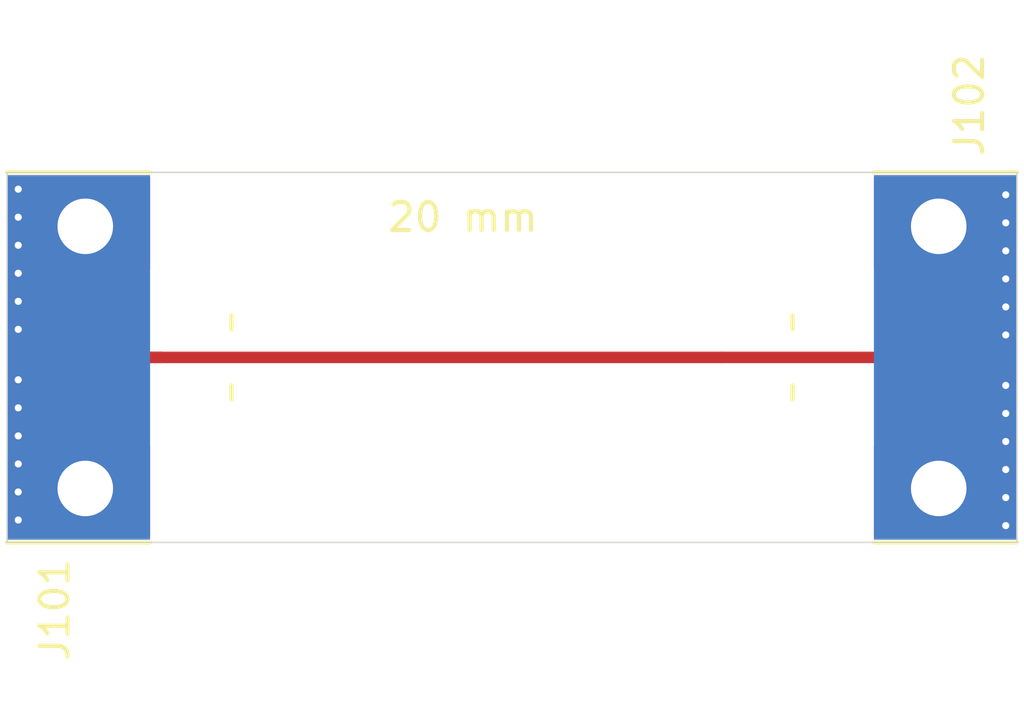
<source format=kicad_pcb>
(kicad_pcb (version 20171130) (host pcbnew "(5.1.4-74-gcf968cb6b)")

  (general
    (thickness 1.6)
    (drawings 5)
    (tracks 5)
    (zones 0)
    (modules 2)
    (nets 3)
  )

  (page A4)
  (layers
    (0 F.Cu signal)
    (1 In1.Cu signal)
    (2 In2.Cu signal)
    (31 B.Cu signal)
    (32 B.Adhes user)
    (33 F.Adhes user)
    (34 B.Paste user)
    (35 F.Paste user)
    (36 B.SilkS user)
    (37 F.SilkS user)
    (38 B.Mask user)
    (39 F.Mask user)
    (40 Dwgs.User user)
    (41 Cmts.User user)
    (42 Eco1.User user)
    (43 Eco2.User user)
    (44 Edge.Cuts user)
    (45 Margin user)
    (46 B.CrtYd user)
    (47 F.CrtYd user)
    (48 B.Fab user)
    (49 F.Fab user)
  )

  (setup
    (last_trace_width 0.41)
    (user_trace_width 0.41)
    (trace_clearance 0.2)
    (zone_clearance 0.2)
    (zone_45_only no)
    (trace_min 0.2)
    (via_size 0.8)
    (via_drill 0.4)
    (via_min_size 0.4)
    (via_min_drill 0.3)
    (uvia_size 0.3)
    (uvia_drill 0.1)
    (uvias_allowed no)
    (uvia_min_size 0.2)
    (uvia_min_drill 0.1)
    (edge_width 0.05)
    (segment_width 0.2)
    (pcb_text_width 0.3)
    (pcb_text_size 1.5 1.5)
    (mod_edge_width 0.12)
    (mod_text_size 1 1)
    (mod_text_width 0.15)
    (pad_size 1.524 1.524)
    (pad_drill 0.762)
    (pad_to_mask_clearance 0.02)
    (solder_mask_min_width 0.15)
    (aux_axis_origin 0 0)
    (visible_elements FFFFFF7F)
    (pcbplotparams
      (layerselection 0x010fc_ffffffff)
      (usegerberextensions false)
      (usegerberattributes false)
      (usegerberadvancedattributes false)
      (creategerberjobfile false)
      (excludeedgelayer true)
      (linewidth 0.100000)
      (plotframeref false)
      (viasonmask false)
      (mode 1)
      (useauxorigin false)
      (hpglpennumber 1)
      (hpglpenspeed 20)
      (hpglpendiameter 15.000000)
      (psnegative false)
      (psa4output false)
      (plotreference true)
      (plotvalue true)
      (plotinvisibletext false)
      (padsonsilk false)
      (subtractmaskfromsilk false)
      (outputformat 1)
      (mirror false)
      (drillshape 1)
      (scaleselection 1)
      (outputdirectory ""))
  )

  (net 0 "")
  (net 1 GND)
  (net 2 "Net-(J101-Pad1)")

  (net_class Default "This is the default net class."
    (clearance 0.2)
    (trace_width 0.25)
    (via_dia 0.8)
    (via_drill 0.4)
    (uvia_dia 0.3)
    (uvia_drill 0.1)
    (add_net GND)
    (add_net "Net-(J101-Pad1)")
  )

  (module vna_mm:sw_edge_oshpark_4layer (layer F.Cu) (tedit 5D8802F6) (tstamp 5D8815F2)
    (at 154.5 83 90)
    (path /5D880968)
    (fp_text reference J101 (at -9 1.7 90) (layer F.SilkS)
      (effects (font (size 1 1) (thickness 0.15)))
    )
    (fp_text value Conn_Coaxial (at -11.9 7.3) (layer F.Fab)
      (effects (font (size 1 1) (thickness 0.15)))
    )
    (fp_line (start 1 8) (end 1.5 8) (layer F.SilkS) (width 0.15))
    (fp_line (start -1 8) (end -1.5 8) (layer F.SilkS) (width 0.15))
    (fp_poly (pts (xy -6.6 0) (xy -0.5 0) (xy -0.5 5.1) (xy -6.6 5.1)) (layer F.Mask) (width 0.1))
    (fp_poly (pts (xy 0.5 0) (xy 6.6 0) (xy 6.6 5.1) (xy 0.5 5.1)) (layer F.Mask) (width 0.1))
    (fp_poly (pts (xy -0.6 1.9) (xy 0.6 1.9) (xy 0.6 5.1) (xy -0.6 5.1)) (layer F.Mask) (width 0.1))
    (fp_poly (pts (xy -0.5 0) (xy 0.5 0) (xy 0.5 1.3) (xy -0.5 1.3)) (layer F.Mask) (width 0.1))
    (fp_line (start 6.6 0) (end 6.6 5.1) (layer F.SilkS) (width 0.15))
    (fp_line (start -6.6 0) (end -6.6 5) (layer F.SilkS) (width 0.15))
    (fp_line (start -6.6 5) (end -6.6 5.1) (layer F.SilkS) (width 0.15))
    (pad 2 smd rect (at 0 2.55 270) (size 13 5.1) (layers B.Cu B.Mask)
      (net 1 GND))
    (pad 2 smd rect (at 4.775 2.85 270) (size 3.25 4.5) (layers F.Cu F.Mask)
      (net 1 GND))
    (pad 2 smd rect (at -4.775 2.85 270) (size 3.25 4.5) (layers F.Cu F.Mask)
      (net 1 GND))
    (pad 2 thru_hole circle (at -4.675 2.79 90) (size 3 3) (drill 1.98) (layers *.Cu *.Mask)
      (net 1 GND))
    (pad 2 thru_hole circle (at 4.675 2.79 90) (size 3 3) (drill 1.98) (layers *.Cu *.Mask)
      (net 1 GND))
    (pad 1 smd rect (at 0 3.04 90) (size 0.41 4.08) (layers F.Cu)
      (net 2 "Net-(J101-Pad1)"))
    (pad 1 smd trapezoid (at 0 0.55 90) (size 0.3 0.95) (rect_delta 0 0.11 ) (layers F.Cu F.Mask)
      (net 2 "Net-(J101-Pad1)"))
    (pad 2 smd rect (at 3.4 0.3 270) (size 6 0.6) (layers F.Cu F.Mask)
      (net 1 GND))
    (pad 2 smd trapezoid (at 3.4 0.7 90) (size 5.8 0.2) (rect_delta 0 -0.2 ) (layers F.Cu F.Mask)
      (net 1 GND))
    (pad 2 thru_hole circle (at 1 0.4 90) (size 0.5 0.5) (drill 0.254) (layers *.Cu *.Mask)
      (net 1 GND))
    (pad 2 thru_hole circle (at 2 0.4 90) (size 0.5 0.5) (drill 0.254) (layers *.Cu *.Mask)
      (net 1 GND))
    (pad 2 thru_hole circle (at 3 0.4 90) (size 0.5 0.5) (drill 0.254) (layers *.Cu *.Mask)
      (net 1 GND))
    (pad 2 thru_hole circle (at 4 0.4 90) (size 0.5 0.5) (drill 0.254) (layers *.Cu *.Mask)
      (net 1 GND))
    (pad 2 thru_hole circle (at 5 0.4 90) (size 0.5 0.5) (drill 0.254) (layers *.Cu *.Mask)
      (net 1 GND))
    (pad 2 thru_hole circle (at 6 0.4 90) (size 0.5 0.5) (drill 0.254) (layers *.Cu *.Mask)
      (net 1 GND))
    (pad 2 smd trapezoid (at -3.4 0.7 90) (size 5.8 0.2) (rect_delta 0 -0.2 ) (layers F.Cu F.Mask)
      (net 1 GND))
    (pad 2 smd rect (at -3.4 0.3 270) (size 6 0.6) (layers F.Cu F.Mask)
      (net 1 GND))
    (pad 2 thru_hole circle (at -2.8 0.4 90) (size 0.5 0.5) (drill 0.254) (layers *.Cu *.Mask)
      (net 1 GND))
    (pad 2 thru_hole circle (at -0.8 0.4 90) (size 0.5 0.5) (drill 0.254) (layers *.Cu *.Mask)
      (net 1 GND))
    (pad 2 thru_hole circle (at -1.8 0.4 90) (size 0.5 0.5) (drill 0.254) (layers *.Cu *.Mask)
      (net 1 GND))
    (pad 2 thru_hole circle (at -5.8 0.4 90) (size 0.5 0.5) (drill 0.254) (layers *.Cu *.Mask)
      (net 1 GND))
    (pad 2 thru_hole circle (at -3.8 0.4 90) (size 0.5 0.5) (drill 0.254) (layers *.Cu *.Mask)
      (net 1 GND))
    (pad 2 thru_hole circle (at -4.8 0.4 90) (size 0.5 0.5) (drill 0.254) (layers *.Cu *.Mask)
      (net 1 GND))
  )

  (module vna_mm:sw_edge_oshpark_4layer (layer F.Cu) (tedit 5D8802F6) (tstamp 5D8808DF)
    (at 190.5 83 270)
    (path /5D88288F)
    (fp_text reference J102 (at -9 1.7 90) (layer F.SilkS)
      (effects (font (size 1 1) (thickness 0.15)))
    )
    (fp_text value Conn_Coaxial (at -11.9 7.3) (layer F.Fab)
      (effects (font (size 1 1) (thickness 0.15)))
    )
    (fp_line (start 1 8) (end 1.5 8) (layer F.SilkS) (width 0.15))
    (fp_line (start -1 8) (end -1.5 8) (layer F.SilkS) (width 0.15))
    (fp_poly (pts (xy -6.6 0) (xy -0.5 0) (xy -0.5 5.1) (xy -6.6 5.1)) (layer F.Mask) (width 0.1))
    (fp_poly (pts (xy 0.5 0) (xy 6.6 0) (xy 6.6 5.1) (xy 0.5 5.1)) (layer F.Mask) (width 0.1))
    (fp_poly (pts (xy -0.6 1.9) (xy 0.6 1.9) (xy 0.6 5.1) (xy -0.6 5.1)) (layer F.Mask) (width 0.1))
    (fp_poly (pts (xy -0.5 0) (xy 0.5 0) (xy 0.5 1.3) (xy -0.5 1.3)) (layer F.Mask) (width 0.1))
    (fp_line (start 6.6 0) (end 6.6 5.1) (layer F.SilkS) (width 0.15))
    (fp_line (start -6.6 0) (end -6.6 5) (layer F.SilkS) (width 0.15))
    (fp_line (start -6.6 5) (end -6.6 5.1) (layer F.SilkS) (width 0.15))
    (pad 2 smd rect (at 0 2.55 90) (size 13 5.1) (layers B.Cu B.Mask)
      (net 1 GND))
    (pad 2 smd rect (at 4.775 2.85 90) (size 3.25 4.5) (layers F.Cu F.Mask)
      (net 1 GND))
    (pad 2 smd rect (at -4.775 2.85 90) (size 3.25 4.5) (layers F.Cu F.Mask)
      (net 1 GND))
    (pad 2 thru_hole circle (at -4.675 2.79 270) (size 3 3) (drill 1.98) (layers *.Cu *.Mask)
      (net 1 GND))
    (pad 2 thru_hole circle (at 4.675 2.79 270) (size 3 3) (drill 1.98) (layers *.Cu *.Mask)
      (net 1 GND))
    (pad 1 smd rect (at 0 3.04 270) (size 0.41 4.08) (layers F.Cu)
      (net 2 "Net-(J101-Pad1)"))
    (pad 1 smd trapezoid (at 0 0.55 270) (size 0.3 0.95) (rect_delta 0 0.11 ) (layers F.Cu F.Mask)
      (net 2 "Net-(J101-Pad1)"))
    (pad 2 smd rect (at 3.4 0.3 90) (size 6 0.6) (layers F.Cu F.Mask)
      (net 1 GND))
    (pad 2 smd trapezoid (at 3.4 0.7 270) (size 5.8 0.2) (rect_delta 0 -0.2 ) (layers F.Cu F.Mask)
      (net 1 GND))
    (pad 2 thru_hole circle (at 1 0.4 270) (size 0.5 0.5) (drill 0.254) (layers *.Cu *.Mask)
      (net 1 GND))
    (pad 2 thru_hole circle (at 2 0.4 270) (size 0.5 0.5) (drill 0.254) (layers *.Cu *.Mask)
      (net 1 GND))
    (pad 2 thru_hole circle (at 3 0.4 270) (size 0.5 0.5) (drill 0.254) (layers *.Cu *.Mask)
      (net 1 GND))
    (pad 2 thru_hole circle (at 4 0.4 270) (size 0.5 0.5) (drill 0.254) (layers *.Cu *.Mask)
      (net 1 GND))
    (pad 2 thru_hole circle (at 5 0.4 270) (size 0.5 0.5) (drill 0.254) (layers *.Cu *.Mask)
      (net 1 GND))
    (pad 2 thru_hole circle (at 6 0.4 270) (size 0.5 0.5) (drill 0.254) (layers *.Cu *.Mask)
      (net 1 GND))
    (pad 2 smd trapezoid (at -3.4 0.7 270) (size 5.8 0.2) (rect_delta 0 -0.2 ) (layers F.Cu F.Mask)
      (net 1 GND))
    (pad 2 smd rect (at -3.4 0.3 90) (size 6 0.6) (layers F.Cu F.Mask)
      (net 1 GND))
    (pad 2 thru_hole circle (at -2.8 0.4 270) (size 0.5 0.5) (drill 0.254) (layers *.Cu *.Mask)
      (net 1 GND))
    (pad 2 thru_hole circle (at -0.8 0.4 270) (size 0.5 0.5) (drill 0.254) (layers *.Cu *.Mask)
      (net 1 GND))
    (pad 2 thru_hole circle (at -1.8 0.4 270) (size 0.5 0.5) (drill 0.254) (layers *.Cu *.Mask)
      (net 1 GND))
    (pad 2 thru_hole circle (at -5.8 0.4 270) (size 0.5 0.5) (drill 0.254) (layers *.Cu *.Mask)
      (net 1 GND))
    (pad 2 thru_hole circle (at -3.8 0.4 270) (size 0.5 0.5) (drill 0.254) (layers *.Cu *.Mask)
      (net 1 GND))
    (pad 2 thru_hole circle (at -4.8 0.4 270) (size 0.5 0.5) (drill 0.254) (layers *.Cu *.Mask)
      (net 1 GND))
  )

  (gr_text "20 mm" (at 170.75 78) (layer F.SilkS)
    (effects (font (size 1 1) (thickness 0.15)))
  )
  (gr_line (start 154.5 76.4) (end 190.5 76.4) (layer Edge.Cuts) (width 0.05) (tstamp 5D8820E0))
  (gr_line (start 190.5 89.6) (end 154.5 89.6) (layer Edge.Cuts) (width 0.05) (tstamp 5D8820DF))
  (gr_line (start 190.5 76.4) (end 190.5 89.6) (layer Edge.Cuts) (width 0.05) (tstamp 5D88180E))
  (gr_line (start 154.5 76.4) (end 154.5 89.6) (layer Edge.Cuts) (width 0.05))

  (segment (start 157.54 83) (end 160 83) (width 0.41) (layer F.Cu) (net 2) (status 10))
  (segment (start 160 83) (end 160.205 83) (width 0.41) (layer F.Cu) (net 2))
  (segment (start 179.99 83) (end 187.46 83) (width 0.41) (layer F.Cu) (net 2))
  (segment (start 157.54 83) (end 159.99 83) (width 0.41) (layer F.Cu) (net 2))
  (segment (start 179.99 83) (end 160.25 83) (width 0.41) (layer F.Cu) (net 2))

  (zone (net 1) (net_name GND) (layer In1.Cu) (tstamp 0) (hatch edge 0.508)
    (connect_pads yes (clearance 0.2))
    (min_thickness 0.2)
    (fill yes (arc_segments 32) (thermal_gap 0.508) (thermal_bridge_width 0.508))
    (polygon
      (pts
        (xy 154.5 76.4) (xy 154.5 89.6) (xy 190.6 89.6) (xy 190.6 76.4)
      )
    )
    (filled_polygon
      (pts
        (xy 174.198287 76.524974) (xy 174.228465 76.581434) (xy 174.269079 76.630921) (xy 174.318566 76.671535) (xy 174.375026 76.701713)
        (xy 174.436289 76.720297) (xy 174.484039 76.725) (xy 190.175 76.725) (xy 190.175001 89.275) (xy 174.484039 89.275)
        (xy 174.436289 89.279703) (xy 174.375026 89.298287) (xy 174.318566 89.328465) (xy 174.269079 89.369079) (xy 174.228465 89.418566)
        (xy 174.198287 89.475026) (xy 174.190711 89.5) (xy 154.825 89.5) (xy 154.825 76.5) (xy 174.190711 76.5)
      )
    )
  )
  (zone (net 0) (net_name "") (layer F.Mask) (tstamp 0) (hatch edge 0.508)
    (connect_pads yes (clearance 0.2))
    (min_thickness 0.2)
    (fill yes (arc_segments 32) (thermal_gap 0.508) (thermal_bridge_width 0.508))
    (polygon
      (pts
        (xy 159 79.5) (xy 159 86.5) (xy 187.3 86.5) (xy 187.3 79.5)
      )
    )
    (filled_polygon
      (pts
        (xy 187.2 86.4) (xy 159.1 86.4) (xy 159.1 79.6) (xy 187.2 79.6)
      )
    )
  )
)

</source>
